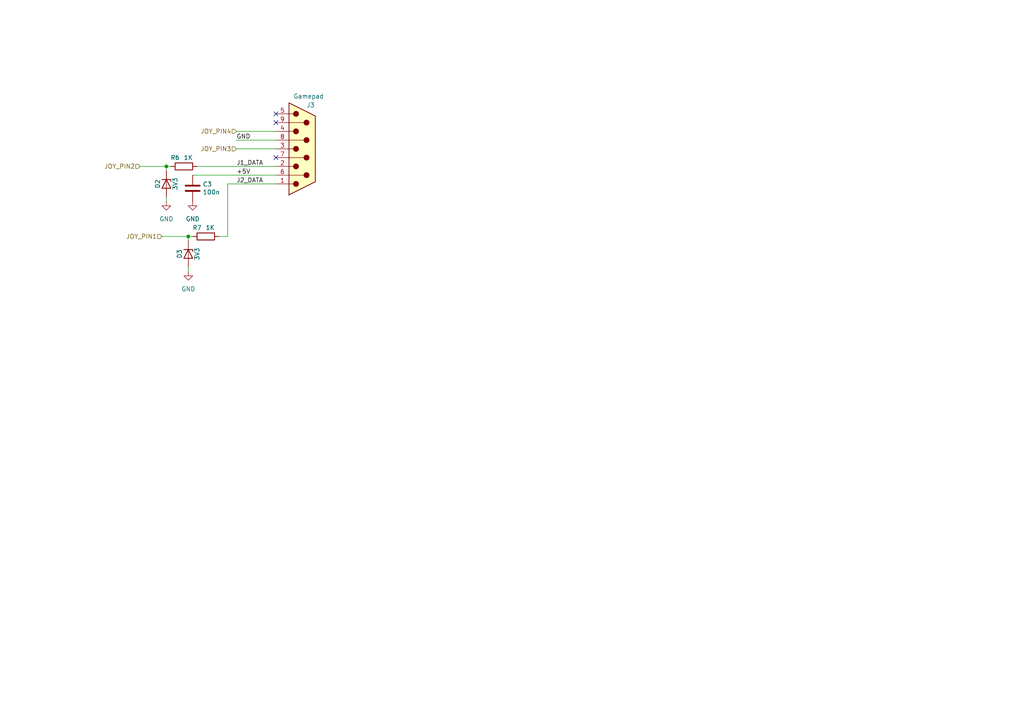
<source format=kicad_sch>
(kicad_sch (version 20231120) (generator "eeschema") (generator_version "8.0")
  (paper "A4")
  (title_block (title "Frank M2U") (date "2025-02-06") (rev "1.00") (company "Mikhail Matveev") (comment 1 "https://github.com/xtremespb/frank"))
  (lib_symbols
    (symbol "Device:C" (pin_numbers hide) (pin_names (offset 0.254))
      (property "Reference" "C" (at 0.635 2.54 0))
      (property "Value" "C" (at 0.635 -2.54 0))
      (symbol "C_0_1"
        (polyline (pts (xy -2.032 -0.762) (xy 2.032 -0.762)) (stroke (width 0.508)))
        (polyline (pts (xy -2.032 0.762) (xy 2.032 0.762)) (stroke (width 0.508)))
      )
      (symbol "C_1_1"
        (pin passive line (at 0 3.81 270) (length 2.794) (name "~") (number "1"))
        (pin passive line (at 0 -3.81 90) (length 2.794) (name "~") (number "2"))
      )
    )
    (symbol "Device:D_Zener" (pin_numbers hide) (pin_names (offset 1.016) hide)
      (property "Reference" "D" (at 0 2.54 0))
      (property "Value" "D_Zener" (at 0 -2.54 0))
      (symbol "D_Zener_0_1"
        (polyline (pts (xy 1.27 0) (xy -1.27 0)))
        (polyline (pts (xy -1.27 -1.27) (xy -1.27 1.27) (xy -0.762 1.27)) (stroke (width 0.254)))
        (polyline (pts (xy 1.27 -1.27) (xy 1.27 1.27) (xy -1.27 0) (xy 1.27 -1.27)) (stroke (width 0.254)))
      )
      (symbol "D_Zener_1_1"
        (pin passive line (at -3.81 0 0) (length 2.54) (name "K") (number "1"))
        (pin passive line (at 3.81 0 180) (length 2.54) (name "A") (number "2"))
      )
    )
    (symbol "Device:R" (pin_numbers hide) (pin_names (offset 0))
      (property "Reference" "R" (at 2.032 0 90))
      (property "Value" "R" (at 0 0 90))
      (symbol "R_0_1"
        (rectangle (start -1.016 -2.54) (end 1.016 2.54) (stroke (width 0.254)))
      )
      (symbol "R_1_1"
        (pin passive line (at 0 3.81 270) (length 1.27) (name "~") (number "1"))
        (pin passive line (at 0 -3.81 90) (length 1.27) (name "~") (number "2"))
      )
    )
    (symbol "FRANK:DB9_Male_Small" (pin_names (offset 1.016) hide)
      (property "Reference" "JOY1" (at 1.27 12.7 0))
      (symbol "DB9_Male_Small_0_1"
        (circle (center -1.778 -10.16) (radius 0.762) (fill (type outline)))
        (circle (center -1.778 -5.08) (radius 0.762) (fill (type outline)))
        (circle (center -1.778 0) (radius 0.762) (fill (type outline)))
        (circle (center -1.778 5.08) (radius 0.762) (fill (type outline)))
        (circle (center -1.778 10.16) (radius 0.762) (fill (type outline)))
        (polyline (pts (xy -3.81 -10.16) (xy -2.54 -10.16)))
        (polyline (pts (xy -3.81 -7.62) (xy 0.508 -7.62)))
        (polyline (pts (xy -3.81 -5.08) (xy -2.54 -5.08)))
        (polyline (pts (xy -3.81 -2.54) (xy 0.508 -2.54)))
        (polyline (pts (xy -3.81 0) (xy -2.54 0)))
        (polyline (pts (xy -3.81 2.54) (xy 0.508 2.54)))
        (polyline (pts (xy -3.81 5.08) (xy -2.54 5.08)))
        (polyline (pts (xy -3.81 7.62) (xy 0.508 7.62)))
        (polyline (pts (xy -3.81 10.16) (xy -2.54 10.16)))
        (polyline (pts (xy -3.81 -13.335) (xy -3.81 13.335) (xy 3.81 9.525) (xy 3.81 -9.525) (xy -3.81 -13.335)) (stroke (width 0.254)) (fill (type background)))
        (circle (center 1.27 -7.62) (radius 0.762) (fill (type outline)))
        (circle (center 1.27 -2.54) (radius 0.762) (fill (type outline)))
        (circle (center 1.27 2.54) (radius 0.762) (fill (type outline)))
        (circle (center 1.27 7.62) (radius 0.762) (fill (type outline)))
      )
      (symbol "DB9_Male_Small_1_1"
        (pin passive line (at -7.62 -10.16 0) (length 3.81) (name "1") (number "1"))
        (pin passive line (at -7.62 -5.08 0) (length 3.81) (name "2") (number "2"))
        (pin passive line (at -7.62 0 0) (length 3.81) (name "3") (number "3"))
        (pin passive line (at -7.62 5.08 0) (length 3.81) (name "4") (number "4"))
        (pin passive line (at -7.62 10.16 0) (length 3.81) (name "5") (number "5"))
        (pin passive line (at -7.62 -7.62 0) (length 3.81) (name "6") (number "6"))
        (pin passive line (at -7.62 -2.54 0) (length 3.81) (name "7") (number "7"))
        (pin passive line (at -7.62 2.54 0) (length 3.81) (name "8") (number "8"))
        (pin passive line (at -7.62 7.62 0) (length 3.81) (name "9") (number "9"))
      )
    )
    (symbol "GND_1" (power) (pin_numbers hide) (pin_names (offset 0) hide)
      (property "Value" "GND" (at 0 -3.81 0))
      (symbol "GND_1_0_1"
        (polyline (pts (xy 0 0) (xy 0 -1.27) (xy 1.27 -1.27) (xy 0 -2.54) (xy -1.27 -1.27) (xy 0 -1.27)))
      )
      (symbol "GND_1_1_1"
        (pin power_in line (at 0 0 270) (length 0) (name "~") (number "1"))
      )
    )
  )
  (junction (at 54.61 68.58))
  (junction (at 48.26 48.26))
  (no_connect (at 80.01 33.02))
  (no_connect (at 80.01 35.56))
  (no_connect (at 80.01 45.72))
  (wire (pts (xy 48.26 57.15) (xy 48.26 58.42)))
  (wire (pts (xy 55.88 50.8) (xy 80.01 50.8)))
  (wire (pts (xy 57.15 48.26) (xy 80.01 48.26)))
  (wire (pts (xy 68.58 43.18) (xy 80.01 43.18)))
  (wire (pts (xy 46.99 68.58) (xy 54.61 68.58)))
  (wire (pts (xy 68.58 38.1) (xy 80.01 38.1)))
  (wire (pts (xy 54.61 68.58) (xy 54.61 69.85)))
  (wire (pts (xy 55.88 68.58) (xy 54.61 68.58)))
  (wire (pts (xy 63.5 68.58) (xy 66.04 68.58)))
  (wire (pts (xy 66.04 53.34) (xy 80.01 53.34)))
  (wire (pts (xy 54.61 77.47) (xy 54.61 78.74)))
  (wire (pts (xy 68.58 40.64) (xy 80.01 40.64)))
  (wire (pts (xy 48.26 48.26) (xy 48.26 49.53)))
  (wire (pts (xy 49.53 48.26) (xy 48.26 48.26)))
  (wire (pts (xy 40.64 48.26) (xy 48.26 48.26)))
  (wire (pts (xy 66.04 68.58) (xy 66.04 53.34)))
  (label "J2_DATA" (at 68.58 53.34 0))
  (label "GND" (at 68.58 40.64 0))
  (label "+5V" (at 68.58 50.8 0))
  (label "J1_DATA" (at 68.58 48.26 0))
  (hierarchical_label "JOY_PIN4" (shape input) (at 68.58 38.1 180))
  (hierarchical_label "JOY_PIN1" (shape input) (at 46.99 68.58 180))
  (hierarchical_label "JOY_PIN2" (shape input) (at 40.64 48.26 180))
  (hierarchical_label "JOY_PIN3" (shape input) (at 68.58 43.18 180))
  (symbol (lib_id "Device:D_Zener") (at 54.61 73.66 270) (unit 1)
    (property "Reference" "D3" (at 52.07 73.66 0))
    (property "Value" "3V3" (at 57.15 73.66 0))
    (property "Footprint" "FRANK:Diode (SOD-323)" (effects (hide yes)))
    (property "Datasheet" "https://diotec.com/request/datasheet/mms3z2b4gw.pdf" (effects (hide yes)))
    (property "AliExpress" "https://www.aliexpress.com/item/1005006143480992.html" (effects (hide yes)))
    (instances (project "38NJU24" (path "" (reference "D3") (unit 1))) (project "valera-2350A" (path "" (reference "D2") (unit 1))))
  )
  (symbol (lib_id "Device:C") (at 55.88 54.61 0) (unit 1)
    (property "Reference" "C3" (at 58.801 53.4416 0) (effects (justify left)))
    (property "Value" "100n" (at 58.801 55.753 0) (effects (justify left)))
    (property "Footprint" "FRANK:Capacitor (0805)" (effects (hide yes)))
    (property "Datasheet" "https://eu.mouser.com/datasheet/2/40/KGM_X7R-3223212.pdf" (effects (hide yes)))
    (property "AliExpress" "https://www.aliexpress.com/item/33008008276.html" (effects (hide yes)))
    (instances (project "38NJU24" (path "" (reference "C3") (unit 1))) (project "valera-2350A" (path "" (reference "C42") (unit 1))))
  )
  (symbol (lib_id "Device:R") (at 53.34 48.26 90) (unit 1)
    (property "Reference" "R6" (at 50.8 45.72 90))
    (property "Value" "1K" (at 54.61 45.72 90))
    (property "Footprint" "FRANK:Resistor (0805)" (effects (hide yes)))
    (property "Datasheet" "https://www.vishay.com/docs/28952/mcs0402at-mct0603at-mcu0805at-mca1206at.pdf" (effects (hide yes)))
    (property "AliExpress" "https://www.vishay.com/docs/28952/mcs0402at-mct0603at-mcu0805at-mca1206at.pdf" (effects (hide yes)))
    (instances (project "38NJU24" (path "" (reference "R6") (unit 1))) (project "valera-2350A" (path "" (reference "R29") (unit 1))))
  )
  (symbol (lib_name "GND_1") (lib_id "power:GND") (at 48.26 58.42 0) (unit 1)
    (property "Reference" "#PWR09" (effects (hide yes)))
    (property "Value" "GND" (at 48.26 63.5 0))
    (property "Description" "Power symbol creates a global label with name \"GND\" , ground" (effects (hide yes)))
    (instances (project "" (path "" (reference "#PWR09") (unit 1))) (project "valera-2350A" (path "" (reference "#PWR070") (unit 1))))
  )
  (symbol (lib_id "Device:D_Zener") (at 48.26 53.34 270) (unit 1)
    (property "Reference" "D2" (at 45.72 53.34 0))
    (property "Value" "3V3" (at 50.8 53.34 0))
    (property "Footprint" "FRANK:Diode (SOD-323)" (effects (hide yes)))
    (property "Datasheet" "https://diotec.com/request/datasheet/mms3z2b4gw.pdf" (effects (hide yes)))
    (property "AliExpress" "https://www.aliexpress.com/item/1005006143480992.html" (effects (hide yes)))
    (instances (project "38NJU24" (path "" (reference "D2") (unit 1))) (project "valera-2350A" (path "" (reference "D1") (unit 1))))
  )
  (symbol (lib_name "GND_1") (lib_id "power:GND") (at 54.61 78.74 0) (unit 1)
    (property "Reference" "#PWR011" (effects (hide yes)))
    (property "Value" "GND" (at 54.61 83.82 0))
    (property "Description" "Power symbol creates a global label with name \"GND\" , ground" (effects (hide yes)))
    (instances (project "38NJU24" (path "" (reference "#PWR011") (unit 1))) (project "valera-2350A" (path "" (reference "#PWR072") (unit 1))))
  )
  (symbol (lib_name "GND_1") (lib_id "power:GND") (at 55.88 58.42 0) (unit 1)
    (property "Reference" "#PWR010" (effects (hide yes)))
    (property "Value" "GND" (at 55.88 63.5 0))
    (property "Description" "Power symbol creates a global label with name \"GND\" , ground" (effects (hide yes)))
    (instances (project "38NJU24" (path "" (reference "#PWR010") (unit 1))) (project "valera-2350A" (path "" (reference "#PWR071") (unit 1))))
  )
  (symbol (lib_id "FRANK:DB9_Male_Small") (at 87.63 43.18 0) (unit 1)
    (property "Reference" "J3" (at 88.9 30.48 0) (effects (justify left)))
    (property "Value" "Gamepad" (at 85.09 27.94 0) (effects (justify left)))
    (property "Footprint" "FRANK:D-SUB (9 pin, male, top mount)" (effects (hide yes)))
    (property "Datasheet" "https://gr.mouser.com/datasheet/2/18/6E17XXXXPXXX21X-23786.pdf" (effects (hide yes)))
    (property "AliExpress" "https://www.aliexpress.com/item/4001214300548.html" (effects (hide yes)))
    (instances (project "38NJU24" (path "" (reference "J3") (unit 1))) (project "valera-2350A" (path "" (reference "GP1") (unit 1))))
  )
  (symbol (lib_id "Device:R") (at 59.69 68.58 90) (unit 1)
    (property "Reference" "R7" (at 57.15 66.04 90))
    (property "Value" "1K" (at 60.96 66.04 90))
    (property "Footprint" "FRANK:Resistor (0805)" (effects (hide yes)))
    (property "Datasheet" "https://www.vishay.com/docs/28952/mcs0402at-mct0603at-mcu0805at-mca1206at.pdf" (effects (hide yes)))
    (property "AliExpress" "https://www.vishay.com/docs/28952/mcs0402at-mct0603at-mcu0805at-mca1206at.pdf" (effects (hide yes)))
    (instances (project "38NJU24" (path "" (reference "R7") (unit 1))) (project "valera-2350A" (path "" (reference "R30") (unit 1))))
  )
)
</source>
